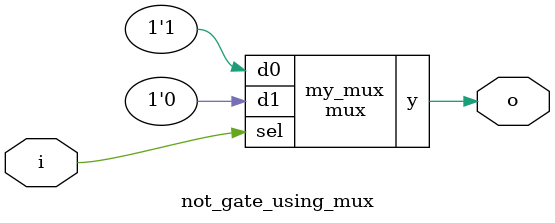
<source format=sv>

module mux
(
  input  d0, d1,
  input  sel,
  output y
);

  assign y = sel ? d1 : d0;

endmodule

//----------------------------------------------------------------------------
// Task
//----------------------------------------------------------------------------

module not_gate_using_mux
(
    input  i,
    output o
);

  // Task:
  // Implement not gate using instance(s) of mux,
  // constants 0 and 1, and wire connections
  mux my_mux(1'b1,1'b0,i,o);


endmodule

</source>
